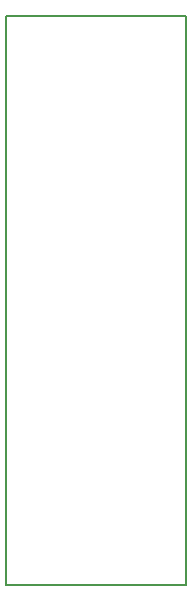
<source format=gm1>
G04 MADE WITH FRITZING*
G04 WWW.FRITZING.ORG*
G04 DOUBLE SIDED*
G04 HOLES PLATED*
G04 CONTOUR ON CENTER OF CONTOUR VECTOR*
%ASAXBY*%
%FSLAX23Y23*%
%MOIN*%
%OFA0B0*%
%SFA1.0B1.0*%
%ADD10R,0.609362X1.904370*%
%ADD11C,0.008000*%
%ADD10C,0.008*%
%LNCONTOUR*%
G90*
G70*
G54D10*
G54D11*
X4Y1900D02*
X605Y1900D01*
X605Y4D01*
X4Y4D01*
X4Y1900D01*
D02*
G04 End of contour*
M02*
</source>
